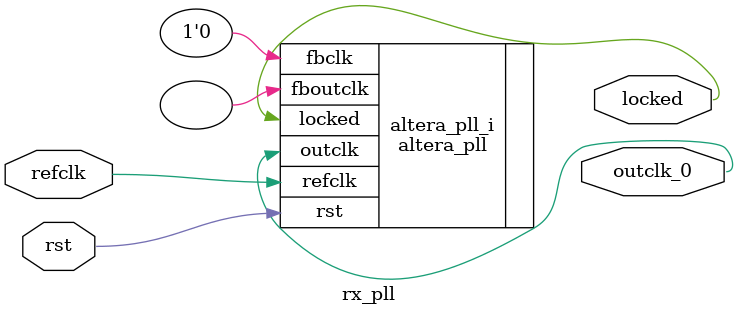
<source format=v>
`timescale 1ns/10ps
module  rx_pll(

	// interface 'refclk'
	input wire refclk,

	// interface 'reset'
	input wire rst,

	// interface 'outclk0'
	output wire outclk_0,

	// interface 'locked'
	output wire locked
);

	altera_pll #(
		.fractional_vco_multiplier("false"),
		.reference_clock_frequency("125.0 MHz"),
		.operation_mode("direct"),
		.number_of_clocks(1),
		.output_clock_frequency0("125.000000 MHz"),
		.phase_shift0("2000 ps"),
		.duty_cycle0(50),
		.output_clock_frequency1("0 MHz"),
		.phase_shift1("0 ps"),
		.duty_cycle1(50),
		.output_clock_frequency2("0 MHz"),
		.phase_shift2("0 ps"),
		.duty_cycle2(50),
		.output_clock_frequency3("0 MHz"),
		.phase_shift3("0 ps"),
		.duty_cycle3(50),
		.output_clock_frequency4("0 MHz"),
		.phase_shift4("0 ps"),
		.duty_cycle4(50),
		.output_clock_frequency5("0 MHz"),
		.phase_shift5("0 ps"),
		.duty_cycle5(50),
		.output_clock_frequency6("0 MHz"),
		.phase_shift6("0 ps"),
		.duty_cycle6(50),
		.output_clock_frequency7("0 MHz"),
		.phase_shift7("0 ps"),
		.duty_cycle7(50),
		.output_clock_frequency8("0 MHz"),
		.phase_shift8("0 ps"),
		.duty_cycle8(50),
		.output_clock_frequency9("0 MHz"),
		.phase_shift9("0 ps"),
		.duty_cycle9(50),
		.output_clock_frequency10("0 MHz"),
		.phase_shift10("0 ps"),
		.duty_cycle10(50),
		.output_clock_frequency11("0 MHz"),
		.phase_shift11("0 ps"),
		.duty_cycle11(50),
		.output_clock_frequency12("0 MHz"),
		.phase_shift12("0 ps"),
		.duty_cycle12(50),
		.output_clock_frequency13("0 MHz"),
		.phase_shift13("0 ps"),
		.duty_cycle13(50),
		.output_clock_frequency14("0 MHz"),
		.phase_shift14("0 ps"),
		.duty_cycle14(50),
		.output_clock_frequency15("0 MHz"),
		.phase_shift15("0 ps"),
		.duty_cycle15(50),
		.output_clock_frequency16("0 MHz"),
		.phase_shift16("0 ps"),
		.duty_cycle16(50),
		.output_clock_frequency17("0 MHz"),
		.phase_shift17("0 ps"),
		.duty_cycle17(50),
		.pll_type("General"),
		.pll_subtype("General")
	) altera_pll_i (
		.rst	(rst),
		.outclk	({outclk_0}),
		.locked	(locked),
		.fboutclk	( ),
		.fbclk	(1'b0),
		.refclk	(refclk)
	);
endmodule


</source>
